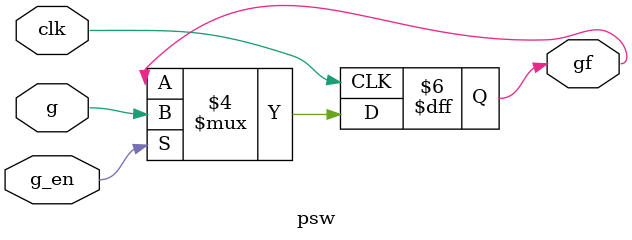
<source format=v>
module psw(
input wire g,clk,
output reg gf=1'b0,
input wire g_en
);
always @(negedge clk)
begin 
if(g_en==1'b1)
gf<=g;
end
endmodule

</source>
